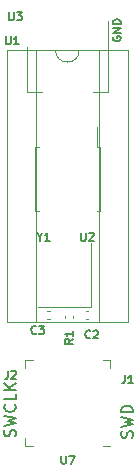
<source format=gbr>
G04 #@! TF.GenerationSoftware,KiCad,Pcbnew,5.1.5+dfsg1-2build2*
G04 #@! TF.CreationDate,2023-02-08T21:01:38+00:00*
G04 #@! TF.ProjectId,video-ram-replacement,76696465-6f2d-4726-916d-2d7265706c61,rev?*
G04 #@! TF.SameCoordinates,Original*
G04 #@! TF.FileFunction,Legend,Top*
G04 #@! TF.FilePolarity,Positive*
%FSLAX46Y46*%
G04 Gerber Fmt 4.6, Leading zero omitted, Abs format (unit mm)*
G04 Created by KiCad (PCBNEW 5.1.5+dfsg1-2build2) date 2023-02-08 21:01:38*
%MOMM*%
%LPD*%
G04 APERTURE LIST*
%ADD10C,0.150000*%
%ADD11C,0.120000*%
G04 APERTURE END LIST*
D10*
X187229000Y-124231333D02*
X187195666Y-124298000D01*
X187195666Y-124398000D01*
X187229000Y-124498000D01*
X187295666Y-124564666D01*
X187362333Y-124598000D01*
X187495666Y-124631333D01*
X187595666Y-124631333D01*
X187729000Y-124598000D01*
X187795666Y-124564666D01*
X187862333Y-124498000D01*
X187895666Y-124398000D01*
X187895666Y-124331333D01*
X187862333Y-124231333D01*
X187829000Y-124198000D01*
X187595666Y-124198000D01*
X187595666Y-124331333D01*
X187895666Y-123898000D02*
X187195666Y-123898000D01*
X187895666Y-123498000D01*
X187195666Y-123498000D01*
X187895666Y-123164666D02*
X187195666Y-123164666D01*
X187195666Y-122998000D01*
X187229000Y-122898000D01*
X187295666Y-122831333D01*
X187362333Y-122798000D01*
X187495666Y-122764666D01*
X187595666Y-122764666D01*
X187729000Y-122798000D01*
X187795666Y-122831333D01*
X187862333Y-122898000D01*
X187895666Y-122998000D01*
X187895666Y-123164666D01*
X178966761Y-158090904D02*
X179014380Y-157948047D01*
X179014380Y-157709952D01*
X178966761Y-157614714D01*
X178919142Y-157567095D01*
X178823904Y-157519476D01*
X178728666Y-157519476D01*
X178633428Y-157567095D01*
X178585809Y-157614714D01*
X178538190Y-157709952D01*
X178490571Y-157900428D01*
X178442952Y-157995666D01*
X178395333Y-158043285D01*
X178300095Y-158090904D01*
X178204857Y-158090904D01*
X178109619Y-158043285D01*
X178062000Y-157995666D01*
X178014380Y-157900428D01*
X178014380Y-157662333D01*
X178062000Y-157519476D01*
X178014380Y-157186142D02*
X179014380Y-156948047D01*
X178300095Y-156757571D01*
X179014380Y-156567095D01*
X178014380Y-156329000D01*
X178919142Y-155376619D02*
X178966761Y-155424238D01*
X179014380Y-155567095D01*
X179014380Y-155662333D01*
X178966761Y-155805190D01*
X178871523Y-155900428D01*
X178776285Y-155948047D01*
X178585809Y-155995666D01*
X178442952Y-155995666D01*
X178252476Y-155948047D01*
X178157238Y-155900428D01*
X178062000Y-155805190D01*
X178014380Y-155662333D01*
X178014380Y-155567095D01*
X178062000Y-155424238D01*
X178109619Y-155376619D01*
X179014380Y-154471857D02*
X179014380Y-154948047D01*
X178014380Y-154948047D01*
X179014380Y-154138523D02*
X178014380Y-154138523D01*
X179014380Y-153567095D02*
X178442952Y-153995666D01*
X178014380Y-153567095D02*
X178585809Y-154138523D01*
X188872761Y-158202142D02*
X188920380Y-158059285D01*
X188920380Y-157821190D01*
X188872761Y-157725952D01*
X188825142Y-157678333D01*
X188729904Y-157630714D01*
X188634666Y-157630714D01*
X188539428Y-157678333D01*
X188491809Y-157725952D01*
X188444190Y-157821190D01*
X188396571Y-158011666D01*
X188348952Y-158106904D01*
X188301333Y-158154523D01*
X188206095Y-158202142D01*
X188110857Y-158202142D01*
X188015619Y-158154523D01*
X187968000Y-158106904D01*
X187920380Y-158011666D01*
X187920380Y-157773571D01*
X187968000Y-157630714D01*
X187920380Y-157297380D02*
X188920380Y-157059285D01*
X188206095Y-156868809D01*
X188920380Y-156678333D01*
X187920380Y-156440238D01*
X188920380Y-156059285D02*
X187920380Y-156059285D01*
X187920380Y-155821190D01*
X187968000Y-155678333D01*
X188063238Y-155583095D01*
X188158476Y-155535476D01*
X188348952Y-155487857D01*
X188491809Y-155487857D01*
X188682285Y-155535476D01*
X188777523Y-155583095D01*
X188872761Y-155678333D01*
X188920380Y-155821190D01*
X188920380Y-156059285D01*
D11*
X188506000Y-125342000D02*
X178226000Y-125342000D01*
X188506000Y-148442000D02*
X188506000Y-125342000D01*
X178226000Y-148442000D02*
X188506000Y-148442000D01*
X178226000Y-125342000D02*
X178226000Y-148442000D01*
X186016000Y-125402000D02*
X184366000Y-125402000D01*
X186016000Y-148382000D02*
X186016000Y-125402000D01*
X180716000Y-148382000D02*
X186016000Y-148382000D01*
X180716000Y-125402000D02*
X180716000Y-148382000D01*
X182366000Y-125402000D02*
X180716000Y-125402000D01*
X184366000Y-125402000D02*
G75*
G02X182366000Y-125402000I-1000000J0D01*
G01*
X186798000Y-122900000D02*
X186798000Y-128910000D01*
X179978000Y-125150000D02*
X179978000Y-128910000D01*
X186798000Y-128910000D02*
X185538000Y-128910000D01*
X179978000Y-128910000D02*
X181238000Y-128910000D01*
X185853000Y-133546000D02*
X185853000Y-131871000D01*
X186113000Y-133546000D02*
X185853000Y-133546000D01*
X186113000Y-136271000D02*
X186113000Y-133546000D01*
X186113000Y-138996000D02*
X185853000Y-138996000D01*
X186113000Y-136271000D02*
X186113000Y-138996000D01*
X180663000Y-133546000D02*
X180923000Y-133546000D01*
X180663000Y-136271000D02*
X180663000Y-133546000D01*
X180663000Y-138996000D02*
X180923000Y-138996000D01*
X180663000Y-136271000D02*
X180663000Y-138996000D01*
X180428000Y-158880200D02*
X179778000Y-158880200D01*
X179778000Y-158880200D02*
X179778000Y-158230200D01*
X186348000Y-151660200D02*
X186998000Y-151660200D01*
X186998000Y-151660200D02*
X186998000Y-152310200D01*
X180428000Y-151660200D02*
X179778000Y-151660200D01*
X179778000Y-151660200D02*
X179778000Y-152310200D01*
X186348000Y-158880200D02*
X186998000Y-158880200D01*
X185384000Y-147099000D02*
X185384000Y-141699000D01*
X180884000Y-147099000D02*
X185384000Y-147099000D01*
X183849600Y-148088236D02*
X183849600Y-147872564D01*
X183129600Y-148088236D02*
X183129600Y-147872564D01*
X181895636Y-147468000D02*
X181679964Y-147468000D01*
X181895636Y-148188000D02*
X181679964Y-148188000D01*
X184931164Y-148188000D02*
X185146836Y-148188000D01*
X184931164Y-147468000D02*
X185146836Y-147468000D01*
D10*
X178328666Y-152524666D02*
X178328666Y-153024666D01*
X178295333Y-153124666D01*
X178228666Y-153191333D01*
X178128666Y-153224666D01*
X178062000Y-153224666D01*
X178628666Y-152591333D02*
X178662000Y-152558000D01*
X178728666Y-152524666D01*
X178895333Y-152524666D01*
X178962000Y-152558000D01*
X178995333Y-152591333D01*
X179028666Y-152658000D01*
X179028666Y-152724666D01*
X178995333Y-152824666D01*
X178595333Y-153224666D01*
X179028666Y-153224666D01*
X188234666Y-152905666D02*
X188234666Y-153405666D01*
X188201333Y-153505666D01*
X188134666Y-153572333D01*
X188034666Y-153605666D01*
X187968000Y-153605666D01*
X188934666Y-153605666D02*
X188534666Y-153605666D01*
X188734666Y-153605666D02*
X188734666Y-152905666D01*
X188668000Y-153005666D01*
X188601333Y-153072333D01*
X188534666Y-153105666D01*
X178155666Y-124203666D02*
X178155666Y-124770333D01*
X178189000Y-124837000D01*
X178222333Y-124870333D01*
X178289000Y-124903666D01*
X178422333Y-124903666D01*
X178489000Y-124870333D01*
X178522333Y-124837000D01*
X178555666Y-124770333D01*
X178555666Y-124203666D01*
X179255666Y-124903666D02*
X178855666Y-124903666D01*
X179055666Y-124903666D02*
X179055666Y-124203666D01*
X178989000Y-124303666D01*
X178922333Y-124370333D01*
X178855666Y-124403666D01*
X178409666Y-122171666D02*
X178409666Y-122738333D01*
X178443000Y-122805000D01*
X178476333Y-122838333D01*
X178543000Y-122871666D01*
X178676333Y-122871666D01*
X178743000Y-122838333D01*
X178776333Y-122805000D01*
X178809666Y-122738333D01*
X178809666Y-122171666D01*
X179076333Y-122171666D02*
X179509666Y-122171666D01*
X179276333Y-122438333D01*
X179376333Y-122438333D01*
X179443000Y-122471666D01*
X179476333Y-122505000D01*
X179509666Y-122571666D01*
X179509666Y-122738333D01*
X179476333Y-122805000D01*
X179443000Y-122838333D01*
X179376333Y-122871666D01*
X179176333Y-122871666D01*
X179109666Y-122838333D01*
X179076333Y-122805000D01*
X184505666Y-140840666D02*
X184505666Y-141407333D01*
X184539000Y-141474000D01*
X184572333Y-141507333D01*
X184639000Y-141540666D01*
X184772333Y-141540666D01*
X184839000Y-141507333D01*
X184872333Y-141474000D01*
X184905666Y-141407333D01*
X184905666Y-140840666D01*
X185205666Y-140907333D02*
X185239000Y-140874000D01*
X185305666Y-140840666D01*
X185472333Y-140840666D01*
X185539000Y-140874000D01*
X185572333Y-140907333D01*
X185605666Y-140974000D01*
X185605666Y-141040666D01*
X185572333Y-141140666D01*
X185172333Y-141540666D01*
X185605666Y-141540666D01*
X182854666Y-159706866D02*
X182854666Y-160273533D01*
X182888000Y-160340200D01*
X182921333Y-160373533D01*
X182988000Y-160406866D01*
X183121333Y-160406866D01*
X183188000Y-160373533D01*
X183221333Y-160340200D01*
X183254666Y-160273533D01*
X183254666Y-159706866D01*
X183521333Y-159706866D02*
X183988000Y-159706866D01*
X183688000Y-160406866D01*
X181022666Y-141207333D02*
X181022666Y-141540666D01*
X180789333Y-140840666D02*
X181022666Y-141207333D01*
X181256000Y-140840666D01*
X181856000Y-141540666D02*
X181456000Y-141540666D01*
X181656000Y-141540666D02*
X181656000Y-140840666D01*
X181589333Y-140940666D01*
X181522666Y-141007333D01*
X181456000Y-141040666D01*
X183831666Y-149849666D02*
X183498333Y-150083000D01*
X183831666Y-150249666D02*
X183131666Y-150249666D01*
X183131666Y-149983000D01*
X183165000Y-149916333D01*
X183198333Y-149883000D01*
X183265000Y-149849666D01*
X183365000Y-149849666D01*
X183431666Y-149883000D01*
X183465000Y-149916333D01*
X183498333Y-149983000D01*
X183498333Y-150249666D01*
X183831666Y-149183000D02*
X183831666Y-149583000D01*
X183831666Y-149383000D02*
X183131666Y-149383000D01*
X183231666Y-149449666D01*
X183298333Y-149516333D01*
X183331666Y-149583000D01*
X180731333Y-149348000D02*
X180698000Y-149381333D01*
X180598000Y-149414666D01*
X180531333Y-149414666D01*
X180431333Y-149381333D01*
X180364666Y-149314666D01*
X180331333Y-149248000D01*
X180298000Y-149114666D01*
X180298000Y-149014666D01*
X180331333Y-148881333D01*
X180364666Y-148814666D01*
X180431333Y-148748000D01*
X180531333Y-148714666D01*
X180598000Y-148714666D01*
X180698000Y-148748000D01*
X180731333Y-148781333D01*
X180964666Y-148714666D02*
X181398000Y-148714666D01*
X181164666Y-148981333D01*
X181264666Y-148981333D01*
X181331333Y-149014666D01*
X181364666Y-149048000D01*
X181398000Y-149114666D01*
X181398000Y-149281333D01*
X181364666Y-149348000D01*
X181331333Y-149381333D01*
X181264666Y-149414666D01*
X181064666Y-149414666D01*
X180998000Y-149381333D01*
X180964666Y-149348000D01*
X185303333Y-149729000D02*
X185270000Y-149762333D01*
X185170000Y-149795666D01*
X185103333Y-149795666D01*
X185003333Y-149762333D01*
X184936666Y-149695666D01*
X184903333Y-149629000D01*
X184870000Y-149495666D01*
X184870000Y-149395666D01*
X184903333Y-149262333D01*
X184936666Y-149195666D01*
X185003333Y-149129000D01*
X185103333Y-149095666D01*
X185170000Y-149095666D01*
X185270000Y-149129000D01*
X185303333Y-149162333D01*
X185570000Y-149162333D02*
X185603333Y-149129000D01*
X185670000Y-149095666D01*
X185836666Y-149095666D01*
X185903333Y-149129000D01*
X185936666Y-149162333D01*
X185970000Y-149229000D01*
X185970000Y-149295666D01*
X185936666Y-149395666D01*
X185536666Y-149795666D01*
X185970000Y-149795666D01*
M02*

</source>
